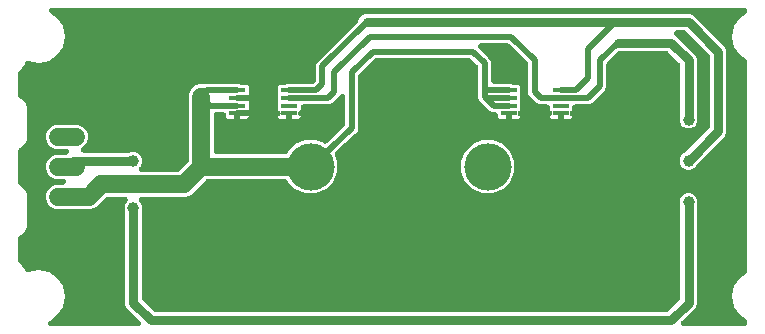
<source format=gbr>
G04 EAGLE Gerber X2 export*
%TF.Part,Single*%
%TF.FileFunction,Copper,L2,Bot,Mixed*%
%TF.FilePolarity,Positive*%
%TF.GenerationSoftware,Autodesk,EAGLE,9.1.0*%
%TF.CreationDate,2020-08-17T16:38:00Z*%
G75*
%MOMM*%
%FSLAX34Y34*%
%LPD*%
%AMOC8*
5,1,8,0,0,1.08239X$1,22.5*%
G01*
%ADD10R,1.400000X0.450000*%
%ADD11C,1.524000*%
%ADD12C,1.000000*%
%ADD13C,0.470000*%
%ADD14C,0.800000*%
%ADD15C,0.500000*%
%ADD16C,4.000000*%
%ADD17C,1.500000*%
%ADD18C,0.152400*%

G36*
X104036Y10178D02*
X104036Y10178D01*
X104173Y10181D01*
X104258Y10198D01*
X104345Y10206D01*
X104477Y10242D01*
X104611Y10269D01*
X104692Y10301D01*
X104776Y10324D01*
X104899Y10383D01*
X105026Y10434D01*
X105100Y10480D01*
X105178Y10517D01*
X105289Y10598D01*
X105405Y10670D01*
X105470Y10728D01*
X105540Y10779D01*
X105635Y10878D01*
X105736Y10970D01*
X105790Y11039D01*
X105850Y11101D01*
X105925Y11215D01*
X106009Y11324D01*
X106049Y11401D01*
X106097Y11473D01*
X106151Y11599D01*
X106214Y11721D01*
X106239Y11804D01*
X106274Y11884D01*
X106305Y12017D01*
X106345Y12148D01*
X106355Y12234D01*
X106375Y12319D01*
X106382Y12455D01*
X106398Y12591D01*
X106393Y12678D01*
X106397Y12765D01*
X106380Y12900D01*
X106371Y13037D01*
X106351Y13122D01*
X106340Y13208D01*
X106298Y13338D01*
X106266Y13471D01*
X106230Y13550D01*
X106204Y13633D01*
X106140Y13754D01*
X106084Y13879D01*
X106036Y13951D01*
X105995Y14028D01*
X105910Y14136D01*
X105833Y14249D01*
X105742Y14350D01*
X105719Y14379D01*
X105701Y14395D01*
X105667Y14432D01*
X94065Y26034D01*
X92999Y28607D01*
X92999Y106804D01*
X92986Y106946D01*
X92983Y107090D01*
X92967Y107168D01*
X92959Y107249D01*
X92921Y107387D01*
X92892Y107527D01*
X92851Y107643D01*
X92841Y107679D01*
X92829Y107704D01*
X92809Y107760D01*
X92499Y108508D01*
X92499Y111492D01*
X93641Y114249D01*
X94625Y115233D01*
X94713Y115338D01*
X94808Y115436D01*
X94856Y115509D01*
X94912Y115576D01*
X94979Y115695D01*
X95055Y115808D01*
X95089Y115888D01*
X95132Y115964D01*
X95178Y116093D01*
X95232Y116219D01*
X95252Y116303D01*
X95280Y116385D01*
X95302Y116520D01*
X95333Y116654D01*
X95337Y116740D01*
X95351Y116826D01*
X95348Y116963D01*
X95355Y117100D01*
X95344Y117186D01*
X95342Y117273D01*
X95315Y117407D01*
X95298Y117543D01*
X95271Y117626D01*
X95254Y117711D01*
X95203Y117838D01*
X95162Y117968D01*
X95121Y118045D01*
X95089Y118126D01*
X95017Y118242D01*
X94953Y118363D01*
X94899Y118431D01*
X94853Y118505D01*
X94761Y118607D01*
X94677Y118714D01*
X94612Y118772D01*
X94553Y118836D01*
X94445Y118920D01*
X94342Y119011D01*
X94268Y119056D01*
X94199Y119109D01*
X94078Y119172D01*
X93961Y119243D01*
X93880Y119274D01*
X93802Y119314D01*
X93672Y119354D01*
X93544Y119403D01*
X93458Y119420D01*
X93375Y119445D01*
X93240Y119461D01*
X93105Y119487D01*
X92968Y119494D01*
X92932Y119498D01*
X92908Y119497D01*
X92858Y119499D01*
X77885Y119499D01*
X77699Y119483D01*
X77513Y119471D01*
X77477Y119463D01*
X77440Y119459D01*
X77259Y119410D01*
X77079Y119366D01*
X77045Y119351D01*
X77009Y119341D01*
X76841Y119260D01*
X76670Y119184D01*
X76640Y119164D01*
X76606Y119148D01*
X76455Y119038D01*
X76301Y118933D01*
X76264Y118899D01*
X76245Y118886D01*
X76219Y118859D01*
X76118Y118767D01*
X69347Y111996D01*
X68048Y110698D01*
X64189Y109099D01*
X41411Y109099D01*
X40953Y109289D01*
X40817Y109332D01*
X40683Y109383D01*
X40604Y109398D01*
X40527Y109422D01*
X40385Y109440D01*
X40244Y109467D01*
X40121Y109473D01*
X40084Y109478D01*
X40057Y109476D01*
X39997Y109479D01*
X33867Y109479D01*
X30147Y111020D01*
X27300Y113867D01*
X25759Y117587D01*
X25759Y121613D01*
X27300Y125333D01*
X30147Y128180D01*
X33867Y129721D01*
X39997Y129721D01*
X40140Y129734D01*
X40283Y129737D01*
X40361Y129753D01*
X40442Y129761D01*
X40580Y129799D01*
X40720Y129828D01*
X40836Y129869D01*
X40872Y129879D01*
X40897Y129891D01*
X40953Y129911D01*
X41339Y130071D01*
X41499Y130154D01*
X41662Y130232D01*
X41697Y130258D01*
X41735Y130278D01*
X41877Y130389D01*
X42023Y130494D01*
X42054Y130526D01*
X42088Y130552D01*
X42208Y130686D01*
X42333Y130816D01*
X42357Y130853D01*
X42386Y130885D01*
X42480Y131038D01*
X42580Y131188D01*
X42597Y131228D01*
X42620Y131265D01*
X42686Y131433D01*
X42757Y131599D01*
X42767Y131641D01*
X42783Y131681D01*
X42818Y131858D01*
X42858Y132034D01*
X42860Y132077D01*
X42869Y132120D01*
X42872Y132300D01*
X42880Y132480D01*
X42875Y132523D01*
X42875Y132566D01*
X42846Y132744D01*
X42823Y132923D01*
X42810Y132964D01*
X42802Y133007D01*
X42742Y133177D01*
X42687Y133348D01*
X42667Y133387D01*
X42652Y133428D01*
X42562Y133584D01*
X42478Y133743D01*
X42451Y133777D01*
X42429Y133815D01*
X42313Y133953D01*
X42202Y134094D01*
X42169Y134123D01*
X42141Y134156D01*
X42002Y134271D01*
X41868Y134391D01*
X41830Y134413D01*
X41797Y134441D01*
X41640Y134529D01*
X41486Y134623D01*
X41446Y134638D01*
X41408Y134660D01*
X41237Y134719D01*
X41069Y134783D01*
X41026Y134791D01*
X40985Y134806D01*
X40808Y134833D01*
X40630Y134867D01*
X40570Y134870D01*
X40544Y134874D01*
X40507Y134873D01*
X40383Y134879D01*
X33867Y134879D01*
X30147Y136420D01*
X27300Y139267D01*
X25759Y142987D01*
X25759Y147013D01*
X27300Y150733D01*
X30147Y153580D01*
X33867Y155121D01*
X42685Y155121D01*
X42871Y155137D01*
X43057Y155149D01*
X43093Y155157D01*
X43130Y155161D01*
X43310Y155210D01*
X43491Y155254D01*
X43525Y155269D01*
X43561Y155279D01*
X43729Y155360D01*
X43899Y155435D01*
X43930Y155456D01*
X43963Y155472D01*
X44114Y155582D01*
X44269Y155686D01*
X44306Y155720D01*
X44325Y155734D01*
X44326Y155736D01*
X44327Y155736D01*
X44351Y155762D01*
X44452Y155853D01*
X44612Y156013D01*
X44700Y156118D01*
X44795Y156216D01*
X44843Y156289D01*
X44898Y156355D01*
X44966Y156474D01*
X45042Y156588D01*
X45076Y156668D01*
X45119Y156744D01*
X45165Y156873D01*
X45219Y156999D01*
X45239Y157083D01*
X45267Y157165D01*
X45289Y157300D01*
X45320Y157434D01*
X45324Y157520D01*
X45338Y157606D01*
X45335Y157743D01*
X45342Y157880D01*
X45331Y157966D01*
X45329Y158053D01*
X45302Y158187D01*
X45285Y158323D01*
X45258Y158406D01*
X45241Y158491D01*
X45191Y158618D01*
X45149Y158748D01*
X45108Y158825D01*
X45076Y158906D01*
X45004Y159022D01*
X44940Y159143D01*
X44886Y159211D01*
X44840Y159285D01*
X44748Y159386D01*
X44664Y159494D01*
X44599Y159552D01*
X44540Y159616D01*
X44432Y159700D01*
X44329Y159791D01*
X44255Y159836D01*
X44186Y159889D01*
X44065Y159952D01*
X43948Y160023D01*
X43867Y160054D01*
X43790Y160094D01*
X43659Y160134D01*
X43531Y160183D01*
X43446Y160200D01*
X43363Y160225D01*
X43227Y160241D01*
X43092Y160267D01*
X42956Y160274D01*
X42919Y160278D01*
X42896Y160277D01*
X42845Y160279D01*
X33867Y160279D01*
X30147Y161820D01*
X27300Y164667D01*
X25759Y168387D01*
X25759Y172413D01*
X27300Y176133D01*
X30147Y178980D01*
X33867Y180521D01*
X53133Y180521D01*
X56853Y178980D01*
X59700Y176133D01*
X61241Y172413D01*
X61241Y168387D01*
X59700Y164667D01*
X56853Y161820D01*
X56826Y161809D01*
X56667Y161726D01*
X56504Y161648D01*
X56469Y161622D01*
X56430Y161602D01*
X56288Y161491D01*
X56142Y161386D01*
X56112Y161354D01*
X56078Y161328D01*
X55958Y161193D01*
X55833Y161064D01*
X55809Y161027D01*
X55780Y160995D01*
X55685Y160842D01*
X55586Y160692D01*
X55568Y160652D01*
X55546Y160615D01*
X55480Y160446D01*
X55409Y160281D01*
X55399Y160239D01*
X55383Y160199D01*
X55348Y160021D01*
X55307Y159846D01*
X55305Y159803D01*
X55297Y159760D01*
X55294Y159580D01*
X55285Y159400D01*
X55291Y159357D01*
X55290Y159314D01*
X55320Y159136D01*
X55343Y158957D01*
X55356Y158916D01*
X55363Y158873D01*
X55424Y158703D01*
X55479Y158532D01*
X55499Y158493D01*
X55514Y158452D01*
X55603Y158296D01*
X55688Y158137D01*
X55715Y158103D01*
X55736Y158065D01*
X55853Y157927D01*
X55964Y157786D01*
X55996Y157757D01*
X56024Y157724D01*
X56163Y157609D01*
X56298Y157489D01*
X56335Y157467D01*
X56369Y157439D01*
X56526Y157351D01*
X56680Y157257D01*
X56720Y157242D01*
X56758Y157220D01*
X56928Y157161D01*
X57097Y157097D01*
X57139Y157089D01*
X57180Y157074D01*
X57358Y157047D01*
X57535Y157013D01*
X57596Y157010D01*
X57622Y157006D01*
X57659Y157007D01*
X57783Y157001D01*
X96804Y157001D01*
X96946Y157014D01*
X97090Y157017D01*
X97168Y157033D01*
X97249Y157041D01*
X97387Y157079D01*
X97527Y157108D01*
X97643Y157149D01*
X97679Y157159D01*
X97704Y157171D01*
X97760Y157191D01*
X98508Y157501D01*
X101492Y157501D01*
X104249Y156359D01*
X106359Y154249D01*
X107501Y151492D01*
X107501Y148508D01*
X106359Y145751D01*
X105375Y144767D01*
X105287Y144662D01*
X105192Y144564D01*
X105144Y144491D01*
X105088Y144424D01*
X105021Y144305D01*
X104945Y144192D01*
X104911Y144112D01*
X104868Y144036D01*
X104822Y143907D01*
X104768Y143781D01*
X104748Y143697D01*
X104720Y143615D01*
X104698Y143480D01*
X104667Y143346D01*
X104663Y143260D01*
X104649Y143174D01*
X104652Y143037D01*
X104645Y142900D01*
X104656Y142814D01*
X104658Y142727D01*
X104685Y142593D01*
X104702Y142457D01*
X104729Y142374D01*
X104746Y142289D01*
X104797Y142162D01*
X104838Y142032D01*
X104879Y141955D01*
X104911Y141874D01*
X104983Y141758D01*
X105047Y141637D01*
X105101Y141569D01*
X105147Y141495D01*
X105239Y141393D01*
X105323Y141286D01*
X105388Y141228D01*
X105447Y141164D01*
X105555Y141080D01*
X105658Y140989D01*
X105732Y140944D01*
X105801Y140891D01*
X105922Y140828D01*
X106039Y140757D01*
X106120Y140726D01*
X106198Y140686D01*
X106328Y140646D01*
X106456Y140597D01*
X106542Y140580D01*
X106625Y140555D01*
X106760Y140539D01*
X106895Y140513D01*
X107032Y140506D01*
X107068Y140502D01*
X107092Y140503D01*
X107142Y140501D01*
X137115Y140501D01*
X137301Y140517D01*
X137487Y140529D01*
X137523Y140537D01*
X137560Y140541D01*
X137741Y140590D01*
X137921Y140634D01*
X137955Y140649D01*
X137991Y140659D01*
X138159Y140740D01*
X138330Y140816D01*
X138360Y140836D01*
X138394Y140852D01*
X138545Y140962D01*
X138699Y141067D01*
X138736Y141101D01*
X138755Y141114D01*
X138781Y141141D01*
X138882Y141233D01*
X146267Y148618D01*
X146387Y148760D01*
X146511Y148900D01*
X146530Y148932D01*
X146554Y148960D01*
X146646Y149123D01*
X146743Y149282D01*
X146756Y149316D01*
X146774Y149349D01*
X146836Y149525D01*
X146903Y149699D01*
X146910Y149735D01*
X146923Y149770D01*
X146952Y149954D01*
X146987Y150138D01*
X146990Y150188D01*
X146993Y150211D01*
X146992Y150248D01*
X146999Y150385D01*
X146999Y206339D01*
X148598Y210198D01*
X151552Y213152D01*
X155411Y214751D01*
X159452Y214751D01*
X159594Y214764D01*
X159738Y214767D01*
X159816Y214783D01*
X159897Y214791D01*
X160035Y214829D01*
X160175Y214858D01*
X160291Y214899D01*
X160327Y214909D01*
X160351Y214921D01*
X160408Y214941D01*
X161156Y215251D01*
X189094Y215251D01*
X190446Y214691D01*
X190582Y214648D01*
X190716Y214597D01*
X190795Y214582D01*
X190872Y214558D01*
X191014Y214540D01*
X191155Y214513D01*
X191278Y214507D01*
X191315Y214502D01*
X191342Y214504D01*
X191402Y214501D01*
X196036Y214501D01*
X197501Y213036D01*
X197501Y206313D01*
X197519Y206111D01*
X197534Y205908D01*
X197539Y205882D01*
X197541Y205868D01*
X197541Y205733D01*
X197464Y205717D01*
X197376Y205709D01*
X197329Y205697D01*
X197281Y205690D01*
X197196Y205663D01*
X197110Y205646D01*
X197030Y205614D01*
X196946Y205591D01*
X196902Y205570D01*
X196856Y205555D01*
X196777Y205514D01*
X196695Y205481D01*
X196622Y205435D01*
X196543Y205398D01*
X196503Y205369D01*
X196461Y205347D01*
X196346Y205264D01*
X196316Y205245D01*
X196299Y205230D01*
X196260Y205202D01*
X196223Y205166D01*
X196181Y205136D01*
X196086Y205037D01*
X195985Y204945D01*
X195963Y204917D01*
X195937Y204892D01*
X195907Y204851D01*
X195871Y204814D01*
X195796Y204700D01*
X195712Y204591D01*
X195696Y204560D01*
X195675Y204531D01*
X195652Y204484D01*
X195624Y204442D01*
X195571Y204317D01*
X195507Y204194D01*
X195497Y204161D01*
X195481Y204128D01*
X195467Y204078D01*
X195447Y204032D01*
X195417Y203900D01*
X195376Y203767D01*
X195372Y203732D01*
X195362Y203698D01*
X195358Y203646D01*
X195346Y203596D01*
X195339Y203462D01*
X195323Y203324D01*
X195325Y203288D01*
X195322Y203253D01*
X195326Y203201D01*
X195324Y203150D01*
X195328Y203121D01*
X195341Y203017D01*
X195350Y202878D01*
X195358Y202844D01*
X195361Y202808D01*
X195375Y202757D01*
X195382Y202707D01*
X195423Y202579D01*
X195455Y202444D01*
X195470Y202412D01*
X195479Y202377D01*
X195502Y202330D01*
X195517Y202281D01*
X195581Y202162D01*
X195637Y202036D01*
X195657Y202006D01*
X195672Y201974D01*
X195702Y201932D01*
X195726Y201887D01*
X195810Y201780D01*
X195888Y201666D01*
X195920Y201630D01*
X195933Y201612D01*
X195960Y201587D01*
X195980Y201564D01*
X196003Y201536D01*
X196020Y201520D01*
X196054Y201483D01*
X196158Y201396D01*
X196255Y201302D01*
X196298Y201274D01*
X196337Y201239D01*
X196368Y201220D01*
X196397Y201196D01*
X196515Y201129D01*
X196627Y201055D01*
X196674Y201034D01*
X196718Y201007D01*
X196753Y200994D01*
X196785Y200975D01*
X196914Y200930D01*
X197037Y200877D01*
X197086Y200865D01*
X197135Y200847D01*
X197172Y200840D01*
X197207Y200827D01*
X197342Y200806D01*
X197472Y200775D01*
X197522Y200773D01*
X197541Y200769D01*
X197541Y200580D01*
X197513Y200434D01*
X197512Y200408D01*
X197509Y200394D01*
X197510Y200365D01*
X197501Y200187D01*
X197501Y193313D01*
X197519Y193111D01*
X197534Y192908D01*
X197539Y192882D01*
X197541Y192868D01*
X197541Y192731D01*
X197472Y192718D01*
X197376Y192709D01*
X197254Y192676D01*
X197129Y192652D01*
X197039Y192617D01*
X196946Y192591D01*
X196831Y192536D01*
X196712Y192490D01*
X196630Y192440D01*
X196543Y192398D01*
X196440Y192323D01*
X196331Y192257D01*
X196209Y192156D01*
X196181Y192136D01*
X196168Y192123D01*
X196140Y192099D01*
X196007Y191955D01*
X195871Y191813D01*
X195856Y191791D01*
X195837Y191770D01*
X195732Y191605D01*
X195624Y191441D01*
X195613Y191416D01*
X195598Y191393D01*
X195524Y191211D01*
X195447Y191031D01*
X195441Y191005D01*
X195430Y190979D01*
X195390Y190787D01*
X195346Y190596D01*
X195344Y190569D01*
X195339Y190542D01*
X195333Y190346D01*
X195324Y190150D01*
X195327Y190123D01*
X195326Y190095D01*
X195356Y189901D01*
X195381Y189707D01*
X195390Y189681D01*
X195394Y189654D01*
X195458Y189468D01*
X195517Y189281D01*
X195530Y189257D01*
X195539Y189231D01*
X195634Y189060D01*
X195726Y188887D01*
X195743Y188865D01*
X195756Y188841D01*
X195880Y188690D01*
X196002Y188536D01*
X196023Y188517D01*
X196040Y188496D01*
X196189Y188370D01*
X196336Y188239D01*
X196360Y188225D01*
X196381Y188207D01*
X196551Y188109D01*
X196718Y188007D01*
X196744Y187997D01*
X196767Y187983D01*
X196952Y187917D01*
X197135Y187847D01*
X197162Y187841D01*
X197188Y187832D01*
X197380Y187800D01*
X197541Y187769D01*
X197541Y187666D01*
X197368Y187019D01*
X197033Y186440D01*
X196560Y185967D01*
X195981Y185632D01*
X195334Y185459D01*
X190499Y185459D01*
X190499Y188750D01*
X190495Y188800D01*
X190497Y188850D01*
X190475Y189022D01*
X190459Y189195D01*
X190446Y189243D01*
X190440Y189293D01*
X190387Y189458D01*
X190341Y189626D01*
X190319Y189671D01*
X190304Y189718D01*
X190223Y189872D01*
X190148Y190028D01*
X190118Y190069D01*
X190095Y190113D01*
X189988Y190250D01*
X189886Y190390D01*
X189850Y190425D01*
X189819Y190464D01*
X189689Y190580D01*
X189564Y190700D01*
X189522Y190727D01*
X189485Y190761D01*
X189336Y190851D01*
X189192Y190947D01*
X189146Y190967D01*
X189103Y190993D01*
X188941Y191055D01*
X188782Y191124D01*
X188733Y191135D01*
X188686Y191153D01*
X188515Y191186D01*
X188346Y191225D01*
X188297Y191228D01*
X188247Y191237D01*
X188000Y191249D01*
X187950Y191245D01*
X187900Y191247D01*
X187728Y191225D01*
X187555Y191209D01*
X187507Y191196D01*
X187457Y191190D01*
X187292Y191137D01*
X187124Y191091D01*
X187079Y191069D01*
X187031Y191054D01*
X186878Y190973D01*
X186721Y190898D01*
X186681Y190868D01*
X186637Y190845D01*
X186500Y190738D01*
X186360Y190636D01*
X186325Y190600D01*
X186286Y190569D01*
X186170Y190439D01*
X186050Y190314D01*
X186022Y190272D01*
X185989Y190234D01*
X185899Y190086D01*
X185803Y189942D01*
X185783Y189896D01*
X185757Y189853D01*
X185695Y189691D01*
X185626Y189531D01*
X185615Y189483D01*
X185597Y189436D01*
X185564Y189265D01*
X185525Y189096D01*
X185522Y189046D01*
X185513Y188997D01*
X185501Y188750D01*
X185501Y185459D01*
X180666Y185459D01*
X180019Y185632D01*
X179440Y185967D01*
X178967Y186440D01*
X178632Y187019D01*
X178459Y187666D01*
X178459Y188750D01*
X178455Y188800D01*
X178457Y188850D01*
X178435Y189022D01*
X178419Y189195D01*
X178406Y189243D01*
X178400Y189293D01*
X178347Y189458D01*
X178301Y189626D01*
X178279Y189671D01*
X178264Y189718D01*
X178183Y189872D01*
X178108Y190028D01*
X178078Y190069D01*
X178055Y190113D01*
X177948Y190250D01*
X177846Y190390D01*
X177810Y190425D01*
X177779Y190464D01*
X177649Y190580D01*
X177524Y190700D01*
X177482Y190727D01*
X177444Y190761D01*
X177296Y190851D01*
X177152Y190947D01*
X177106Y190967D01*
X177063Y190993D01*
X176901Y191055D01*
X176741Y191124D01*
X176693Y191135D01*
X176646Y191153D01*
X176475Y191186D01*
X176306Y191225D01*
X176256Y191228D01*
X176207Y191237D01*
X175960Y191249D01*
X170500Y191249D01*
X170450Y191245D01*
X170400Y191247D01*
X170228Y191225D01*
X170055Y191209D01*
X170007Y191196D01*
X169957Y191190D01*
X169792Y191137D01*
X169624Y191091D01*
X169579Y191069D01*
X169532Y191054D01*
X169378Y190973D01*
X169222Y190898D01*
X169181Y190868D01*
X169137Y190845D01*
X169000Y190738D01*
X168860Y190636D01*
X168825Y190600D01*
X168786Y190569D01*
X168670Y190439D01*
X168550Y190314D01*
X168523Y190272D01*
X168489Y190234D01*
X168399Y190086D01*
X168303Y189942D01*
X168283Y189896D01*
X168257Y189853D01*
X168195Y189691D01*
X168126Y189531D01*
X168115Y189483D01*
X168097Y189436D01*
X168064Y189265D01*
X168025Y189096D01*
X168022Y189046D01*
X168013Y188997D01*
X168001Y188750D01*
X168001Y158000D01*
X168005Y157950D01*
X168003Y157900D01*
X168025Y157728D01*
X168041Y157555D01*
X168054Y157507D01*
X168060Y157457D01*
X168113Y157292D01*
X168159Y157124D01*
X168181Y157079D01*
X168196Y157032D01*
X168277Y156878D01*
X168352Y156722D01*
X168382Y156681D01*
X168405Y156637D01*
X168512Y156500D01*
X168614Y156360D01*
X168650Y156325D01*
X168681Y156286D01*
X168811Y156170D01*
X168936Y156050D01*
X168978Y156023D01*
X169016Y155989D01*
X169164Y155899D01*
X169308Y155803D01*
X169354Y155783D01*
X169397Y155757D01*
X169559Y155695D01*
X169719Y155626D01*
X169767Y155615D01*
X169814Y155597D01*
X169985Y155564D01*
X170154Y155525D01*
X170204Y155522D01*
X170253Y155513D01*
X170500Y155501D01*
X228325Y155501D01*
X228331Y155501D01*
X228338Y155501D01*
X228554Y155521D01*
X228770Y155541D01*
X228776Y155542D01*
X228783Y155543D01*
X228993Y155602D01*
X229201Y155659D01*
X229206Y155662D01*
X229213Y155664D01*
X229406Y155758D01*
X229603Y155852D01*
X229609Y155856D01*
X229614Y155859D01*
X229787Y155985D01*
X229965Y156114D01*
X229970Y156119D01*
X229975Y156123D01*
X230125Y156281D01*
X230275Y156436D01*
X230278Y156442D01*
X230283Y156447D01*
X230403Y156629D01*
X230522Y156808D01*
X230524Y156814D01*
X230528Y156820D01*
X230634Y157044D01*
X230925Y157746D01*
X237254Y164075D01*
X245524Y167501D01*
X254476Y167501D01*
X261065Y164771D01*
X261241Y164716D01*
X261414Y164656D01*
X261454Y164650D01*
X261492Y164638D01*
X261674Y164615D01*
X261856Y164586D01*
X261895Y164587D01*
X261935Y164582D01*
X262119Y164593D01*
X262302Y164597D01*
X262341Y164605D01*
X262381Y164607D01*
X262560Y164650D01*
X262740Y164686D01*
X262777Y164701D01*
X262816Y164710D01*
X262984Y164784D01*
X263154Y164852D01*
X263188Y164873D01*
X263225Y164889D01*
X263377Y164992D01*
X263533Y165090D01*
X263575Y165125D01*
X263596Y165139D01*
X263622Y165165D01*
X263722Y165249D01*
X278701Y179157D01*
X278707Y179164D01*
X278714Y179170D01*
X278857Y179331D01*
X278999Y179489D01*
X279004Y179497D01*
X279011Y179504D01*
X279122Y179688D01*
X279234Y179869D01*
X279238Y179878D01*
X279243Y179886D01*
X279320Y180085D01*
X279398Y180285D01*
X279400Y180294D01*
X279403Y180303D01*
X279443Y180512D01*
X279485Y180723D01*
X279485Y180732D01*
X279487Y180741D01*
X279499Y180989D01*
X279499Y204245D01*
X279483Y204424D01*
X279473Y204604D01*
X279463Y204646D01*
X279459Y204690D01*
X279411Y204864D01*
X279370Y205038D01*
X279352Y205078D01*
X279341Y205120D01*
X279263Y205283D01*
X279191Y205448D01*
X279166Y205484D01*
X279148Y205523D01*
X279042Y205669D01*
X278942Y205818D01*
X278911Y205850D01*
X278886Y205885D01*
X278756Y206010D01*
X278630Y206139D01*
X278595Y206164D01*
X278564Y206194D01*
X278414Y206294D01*
X278267Y206399D01*
X278228Y206417D01*
X278192Y206442D01*
X278026Y206513D01*
X277863Y206590D01*
X277821Y206601D01*
X277781Y206619D01*
X277606Y206659D01*
X277432Y206706D01*
X277389Y206710D01*
X277346Y206720D01*
X277167Y206729D01*
X276987Y206744D01*
X276944Y206740D01*
X276900Y206742D01*
X276722Y206719D01*
X276542Y206702D01*
X276500Y206690D01*
X276457Y206684D01*
X276286Y206630D01*
X276112Y206581D01*
X276073Y206562D01*
X276032Y206549D01*
X275872Y206464D01*
X275710Y206385D01*
X275675Y206360D01*
X275637Y206339D01*
X275495Y206228D01*
X275350Y206122D01*
X275320Y206090D01*
X275286Y206063D01*
X275166Y205928D01*
X275042Y205798D01*
X275018Y205762D01*
X274989Y205729D01*
X274896Y205575D01*
X274797Y205425D01*
X274771Y205370D01*
X274757Y205347D01*
X274744Y205313D01*
X274691Y205201D01*
X274663Y205134D01*
X272764Y203235D01*
X270015Y200486D01*
X268116Y198587D01*
X266094Y197749D01*
X244000Y197749D01*
X243950Y197745D01*
X243900Y197747D01*
X243728Y197725D01*
X243555Y197709D01*
X243507Y197696D01*
X243457Y197690D01*
X243292Y197637D01*
X243124Y197591D01*
X243079Y197569D01*
X243032Y197554D01*
X242878Y197473D01*
X242722Y197398D01*
X242681Y197368D01*
X242637Y197345D01*
X242500Y197238D01*
X242360Y197136D01*
X242325Y197100D01*
X242286Y197069D01*
X242170Y196939D01*
X242050Y196814D01*
X242023Y196772D01*
X241989Y196734D01*
X241899Y196586D01*
X241803Y196442D01*
X241783Y196396D01*
X241757Y196353D01*
X241695Y196191D01*
X241626Y196031D01*
X241615Y195983D01*
X241597Y195936D01*
X241564Y195765D01*
X241525Y195596D01*
X241522Y195546D01*
X241513Y195497D01*
X241501Y195250D01*
X241501Y193313D01*
X241519Y193109D01*
X241534Y192908D01*
X241539Y192882D01*
X241541Y192868D01*
X241541Y192731D01*
X241472Y192718D01*
X241376Y192709D01*
X241254Y192676D01*
X241129Y192652D01*
X241039Y192617D01*
X240946Y192591D01*
X240831Y192536D01*
X240712Y192490D01*
X240630Y192440D01*
X240543Y192398D01*
X240440Y192323D01*
X240331Y192257D01*
X240209Y192156D01*
X240181Y192136D01*
X240168Y192123D01*
X240140Y192099D01*
X240007Y191955D01*
X239871Y191813D01*
X239856Y191791D01*
X239837Y191770D01*
X239732Y191605D01*
X239624Y191441D01*
X239613Y191416D01*
X239598Y191393D01*
X239524Y191211D01*
X239447Y191031D01*
X239441Y191005D01*
X239430Y190979D01*
X239390Y190787D01*
X239346Y190596D01*
X239344Y190569D01*
X239339Y190542D01*
X239333Y190346D01*
X239324Y190150D01*
X239327Y190123D01*
X239326Y190095D01*
X239356Y189901D01*
X239381Y189707D01*
X239390Y189681D01*
X239394Y189654D01*
X239458Y189468D01*
X239517Y189281D01*
X239530Y189257D01*
X239539Y189231D01*
X239634Y189060D01*
X239726Y188887D01*
X239743Y188865D01*
X239756Y188841D01*
X239880Y188690D01*
X240002Y188536D01*
X240023Y188517D01*
X240040Y188496D01*
X240189Y188370D01*
X240336Y188239D01*
X240360Y188225D01*
X240381Y188207D01*
X240551Y188109D01*
X240718Y188007D01*
X240744Y187997D01*
X240767Y187983D01*
X240952Y187917D01*
X241135Y187847D01*
X241162Y187841D01*
X241188Y187832D01*
X241380Y187800D01*
X241541Y187769D01*
X241541Y187666D01*
X241368Y187019D01*
X241033Y186440D01*
X240560Y185967D01*
X239981Y185632D01*
X239334Y185459D01*
X234499Y185459D01*
X234499Y189500D01*
X234495Y189550D01*
X234497Y189600D01*
X234475Y189772D01*
X234459Y189945D01*
X234446Y189993D01*
X234440Y190043D01*
X234387Y190208D01*
X234341Y190376D01*
X234319Y190421D01*
X234304Y190468D01*
X234223Y190622D01*
X234148Y190778D01*
X234118Y190819D01*
X234095Y190863D01*
X233988Y191000D01*
X233886Y191140D01*
X233850Y191175D01*
X233819Y191214D01*
X233689Y191330D01*
X233564Y191450D01*
X233522Y191477D01*
X233485Y191511D01*
X233336Y191601D01*
X233192Y191697D01*
X233146Y191717D01*
X233103Y191743D01*
X232941Y191805D01*
X232782Y191874D01*
X232733Y191885D01*
X232686Y191903D01*
X232515Y191936D01*
X232346Y191975D01*
X232297Y191978D01*
X232247Y191987D01*
X232000Y191999D01*
X231950Y191995D01*
X231900Y191997D01*
X231728Y191975D01*
X231555Y191959D01*
X231507Y191946D01*
X231457Y191940D01*
X231292Y191887D01*
X231124Y191841D01*
X231079Y191819D01*
X231031Y191804D01*
X230878Y191723D01*
X230721Y191648D01*
X230681Y191618D01*
X230637Y191595D01*
X230500Y191488D01*
X230360Y191386D01*
X230325Y191350D01*
X230286Y191319D01*
X230170Y191189D01*
X230050Y191064D01*
X230022Y191022D01*
X229989Y190984D01*
X229899Y190836D01*
X229803Y190692D01*
X229783Y190646D01*
X229757Y190603D01*
X229695Y190441D01*
X229626Y190281D01*
X229615Y190233D01*
X229597Y190186D01*
X229564Y190015D01*
X229525Y189846D01*
X229522Y189796D01*
X229513Y189747D01*
X229501Y189500D01*
X229501Y185459D01*
X224666Y185459D01*
X224019Y185632D01*
X223440Y185967D01*
X222967Y186440D01*
X222632Y187019D01*
X222459Y187666D01*
X222459Y187774D01*
X222570Y187781D01*
X222597Y187788D01*
X222624Y187790D01*
X222814Y187843D01*
X223003Y187890D01*
X223028Y187902D01*
X223055Y187909D01*
X223232Y187994D01*
X223410Y188075D01*
X223433Y188090D01*
X223457Y188102D01*
X223617Y188217D01*
X223778Y188329D01*
X223797Y188348D01*
X223819Y188364D01*
X223955Y188505D01*
X224094Y188644D01*
X224110Y188666D01*
X224129Y188686D01*
X224237Y188849D01*
X224349Y189010D01*
X224361Y189035D01*
X224376Y189058D01*
X224454Y189238D01*
X224535Y189417D01*
X224542Y189443D01*
X224553Y189468D01*
X224597Y189659D01*
X224646Y189849D01*
X224648Y189877D01*
X224654Y189903D01*
X224664Y190099D01*
X224678Y190295D01*
X224675Y190322D01*
X224676Y190350D01*
X224651Y190544D01*
X224630Y190739D01*
X224622Y190765D01*
X224619Y190793D01*
X224559Y190979D01*
X224504Y191167D01*
X224491Y191192D01*
X224483Y191218D01*
X224391Y191391D01*
X224303Y191567D01*
X224287Y191589D01*
X224274Y191613D01*
X224153Y191767D01*
X224035Y191924D01*
X224009Y191950D01*
X223998Y191964D01*
X223997Y191964D01*
X223972Y191987D01*
X223860Y192099D01*
X223759Y192176D01*
X223663Y192261D01*
X223581Y192311D01*
X223504Y192369D01*
X223390Y192427D01*
X223282Y192493D01*
X223192Y192528D01*
X223106Y192571D01*
X222984Y192608D01*
X222865Y192653D01*
X222770Y192672D01*
X222678Y192699D01*
X222551Y192713D01*
X222459Y192731D01*
X222459Y192920D01*
X222487Y193066D01*
X222488Y193093D01*
X222491Y193106D01*
X222491Y193136D01*
X222499Y193313D01*
X222499Y213036D01*
X223964Y214501D01*
X228598Y214501D01*
X228741Y214514D01*
X228884Y214517D01*
X228963Y214533D01*
X229043Y214541D01*
X229181Y214579D01*
X229321Y214608D01*
X229438Y214649D01*
X229474Y214659D01*
X229498Y214671D01*
X229555Y214691D01*
X230906Y215251D01*
X251436Y215251D01*
X251622Y215267D01*
X251808Y215279D01*
X251844Y215287D01*
X251881Y215291D01*
X252062Y215340D01*
X252242Y215384D01*
X252276Y215399D01*
X252312Y215409D01*
X252480Y215490D01*
X252651Y215566D01*
X252681Y215586D01*
X252715Y215602D01*
X252866Y215712D01*
X253020Y215817D01*
X253058Y215851D01*
X253077Y215864D01*
X253102Y215891D01*
X253204Y215983D01*
X253767Y216546D01*
X253887Y216690D01*
X254011Y216829D01*
X254030Y216861D01*
X254054Y216889D01*
X254146Y217051D01*
X254243Y217211D01*
X254256Y217245D01*
X254274Y217278D01*
X254336Y217454D01*
X254403Y217628D01*
X254410Y217664D01*
X254423Y217699D01*
X254452Y217883D01*
X254487Y218067D01*
X254490Y218117D01*
X254493Y218140D01*
X254492Y218177D01*
X254499Y218314D01*
X254499Y231094D01*
X255337Y233116D01*
X289767Y267546D01*
X289887Y267690D01*
X290011Y267829D01*
X290030Y267861D01*
X290054Y267889D01*
X290146Y268051D01*
X290243Y268211D01*
X290256Y268245D01*
X290274Y268278D01*
X290336Y268454D01*
X290403Y268628D01*
X290410Y268664D01*
X290423Y268699D01*
X290425Y268712D01*
X291565Y271466D01*
X293534Y273435D01*
X296107Y274501D01*
X571393Y274501D01*
X573966Y273435D01*
X600935Y246466D01*
X602001Y243893D01*
X602001Y173607D01*
X600935Y171034D01*
X598614Y168714D01*
X577210Y147310D01*
X577118Y147200D01*
X577020Y147096D01*
X576976Y147029D01*
X576924Y146967D01*
X576853Y146842D01*
X576774Y146723D01*
X576722Y146611D01*
X576703Y146579D01*
X576694Y146553D01*
X576669Y146499D01*
X576359Y145751D01*
X574249Y143641D01*
X571492Y142499D01*
X568508Y142499D01*
X565751Y143641D01*
X563641Y145751D01*
X562499Y148508D01*
X562499Y151492D01*
X563641Y154249D01*
X565751Y156359D01*
X566499Y156669D01*
X566626Y156735D01*
X566757Y156793D01*
X566824Y156838D01*
X566895Y156876D01*
X567008Y156963D01*
X567126Y157044D01*
X567218Y157127D01*
X567247Y157150D01*
X567265Y157170D01*
X567310Y157210D01*
X587267Y177168D01*
X587387Y177311D01*
X587511Y177451D01*
X587530Y177482D01*
X587554Y177511D01*
X587646Y177673D01*
X587743Y177832D01*
X587756Y177867D01*
X587774Y177899D01*
X587836Y178075D01*
X587903Y178249D01*
X587910Y178285D01*
X587923Y178320D01*
X587952Y178505D01*
X587987Y178688D01*
X587990Y178738D01*
X587993Y178761D01*
X587992Y178798D01*
X587999Y178935D01*
X587999Y238565D01*
X587983Y238751D01*
X587971Y238937D01*
X587963Y238973D01*
X587959Y239010D01*
X587910Y239190D01*
X587866Y239371D01*
X587851Y239405D01*
X587841Y239441D01*
X587760Y239609D01*
X587684Y239779D01*
X587664Y239810D01*
X587648Y239843D01*
X587538Y239994D01*
X587433Y240149D01*
X587399Y240186D01*
X587386Y240205D01*
X587359Y240231D01*
X587267Y240332D01*
X567832Y259767D01*
X567689Y259887D01*
X567549Y260011D01*
X567518Y260030D01*
X567489Y260054D01*
X567327Y260146D01*
X567168Y260243D01*
X567133Y260256D01*
X567101Y260274D01*
X566925Y260336D01*
X566751Y260403D01*
X566715Y260410D01*
X566680Y260423D01*
X566495Y260452D01*
X566312Y260487D01*
X566262Y260490D01*
X566239Y260493D01*
X566202Y260492D01*
X566065Y260499D01*
X560435Y260499D01*
X560299Y260487D01*
X560162Y260484D01*
X560077Y260467D01*
X559990Y260459D01*
X559858Y260423D01*
X559724Y260396D01*
X559643Y260364D01*
X559559Y260341D01*
X559436Y260282D01*
X559309Y260231D01*
X559235Y260185D01*
X559157Y260148D01*
X559046Y260067D01*
X558930Y259995D01*
X558865Y259937D01*
X558795Y259886D01*
X558700Y259787D01*
X558599Y259695D01*
X558546Y259626D01*
X558485Y259564D01*
X558410Y259450D01*
X558326Y259341D01*
X558286Y259264D01*
X558238Y259192D01*
X558184Y259066D01*
X558121Y258944D01*
X558095Y258861D01*
X558061Y258781D01*
X558030Y258648D01*
X557990Y258517D01*
X557980Y258431D01*
X557960Y258346D01*
X557953Y258210D01*
X557937Y258074D01*
X557942Y257987D01*
X557938Y257900D01*
X557955Y257765D01*
X557964Y257628D01*
X557984Y257543D01*
X557995Y257457D01*
X558037Y257327D01*
X558069Y257194D01*
X558105Y257115D01*
X558131Y257032D01*
X558195Y256911D01*
X558251Y256786D01*
X558299Y256714D01*
X558340Y256637D01*
X558425Y256529D01*
X558502Y256416D01*
X558593Y256315D01*
X558616Y256286D01*
X558634Y256270D01*
X558668Y256233D01*
X561286Y253615D01*
X561286Y253614D01*
X573614Y241286D01*
X575935Y238966D01*
X577001Y236393D01*
X577001Y188196D01*
X577014Y188053D01*
X577017Y187910D01*
X577033Y187832D01*
X577041Y187751D01*
X577079Y187613D01*
X577108Y187473D01*
X577149Y187357D01*
X577159Y187321D01*
X577171Y187296D01*
X577191Y187240D01*
X577501Y186492D01*
X577501Y183508D01*
X576359Y180751D01*
X574249Y178641D01*
X571492Y177499D01*
X568508Y177499D01*
X565751Y178641D01*
X563641Y180751D01*
X562499Y183508D01*
X562499Y186492D01*
X562809Y187240D01*
X562852Y187376D01*
X562903Y187510D01*
X562918Y187589D01*
X562942Y187666D01*
X562960Y187808D01*
X562987Y187949D01*
X562993Y188072D01*
X562998Y188109D01*
X562996Y188136D01*
X562999Y188196D01*
X562999Y231065D01*
X562983Y231251D01*
X562971Y231437D01*
X562963Y231473D01*
X562959Y231510D01*
X562910Y231690D01*
X562866Y231871D01*
X562851Y231905D01*
X562841Y231941D01*
X562760Y232109D01*
X562684Y232279D01*
X562664Y232310D01*
X562648Y232343D01*
X562538Y232494D01*
X562433Y232649D01*
X562399Y232686D01*
X562386Y232705D01*
X562359Y232731D01*
X562267Y232832D01*
X552832Y242267D01*
X552689Y242387D01*
X552549Y242511D01*
X552518Y242530D01*
X552489Y242554D01*
X552327Y242646D01*
X552168Y242743D01*
X552133Y242756D01*
X552101Y242774D01*
X551925Y242836D01*
X551751Y242903D01*
X551715Y242910D01*
X551680Y242923D01*
X551495Y242952D01*
X551312Y242987D01*
X551262Y242990D01*
X551239Y242993D01*
X551202Y242992D01*
X551065Y242999D01*
X511814Y242999D01*
X511628Y242983D01*
X511442Y242971D01*
X511406Y242963D01*
X511369Y242959D01*
X511188Y242910D01*
X511008Y242866D01*
X510974Y242851D01*
X510938Y242841D01*
X510769Y242760D01*
X510599Y242684D01*
X510569Y242664D01*
X510535Y242648D01*
X510384Y242538D01*
X510230Y242433D01*
X510192Y242399D01*
X510173Y242386D01*
X510148Y242359D01*
X510046Y242267D01*
X501233Y233454D01*
X501113Y233310D01*
X500989Y233171D01*
X500970Y233139D01*
X500946Y233111D01*
X500854Y232948D01*
X500757Y232789D01*
X500744Y232755D01*
X500726Y232722D01*
X500664Y232546D01*
X500597Y232372D01*
X500590Y232336D01*
X500577Y232301D01*
X500548Y232117D01*
X500513Y231933D01*
X500510Y231883D01*
X500507Y231860D01*
X500508Y231823D01*
X500501Y231686D01*
X500501Y212156D01*
X499663Y210134D01*
X497765Y208236D01*
X497764Y208235D01*
X490015Y200486D01*
X490015Y200485D01*
X488116Y198587D01*
X486094Y197749D01*
X474000Y197749D01*
X473950Y197745D01*
X473900Y197747D01*
X473728Y197725D01*
X473555Y197709D01*
X473507Y197696D01*
X473457Y197690D01*
X473292Y197637D01*
X473124Y197591D01*
X473079Y197569D01*
X473032Y197554D01*
X472878Y197473D01*
X472722Y197398D01*
X472681Y197368D01*
X472637Y197345D01*
X472500Y197238D01*
X472360Y197136D01*
X472325Y197100D01*
X472286Y197069D01*
X472170Y196939D01*
X472050Y196814D01*
X472023Y196772D01*
X471989Y196734D01*
X471899Y196586D01*
X471803Y196442D01*
X471783Y196396D01*
X471757Y196353D01*
X471695Y196191D01*
X471626Y196031D01*
X471615Y195983D01*
X471597Y195936D01*
X471564Y195765D01*
X471525Y195596D01*
X471522Y195546D01*
X471513Y195497D01*
X471501Y195250D01*
X471501Y193313D01*
X471519Y193111D01*
X471534Y192908D01*
X471539Y192882D01*
X471541Y192868D01*
X471541Y192731D01*
X471472Y192718D01*
X471376Y192709D01*
X471254Y192676D01*
X471129Y192652D01*
X471039Y192617D01*
X470946Y192591D01*
X470831Y192536D01*
X470712Y192490D01*
X470630Y192440D01*
X470543Y192398D01*
X470440Y192323D01*
X470331Y192257D01*
X470209Y192156D01*
X470181Y192136D01*
X470168Y192123D01*
X470140Y192099D01*
X470007Y191955D01*
X469871Y191813D01*
X469856Y191791D01*
X469837Y191770D01*
X469732Y191605D01*
X469624Y191441D01*
X469613Y191416D01*
X469598Y191393D01*
X469524Y191211D01*
X469447Y191031D01*
X469441Y191005D01*
X469430Y190979D01*
X469390Y190787D01*
X469346Y190596D01*
X469344Y190569D01*
X469339Y190542D01*
X469333Y190346D01*
X469324Y190150D01*
X469327Y190123D01*
X469326Y190095D01*
X469356Y189901D01*
X469381Y189707D01*
X469390Y189681D01*
X469394Y189654D01*
X469458Y189468D01*
X469517Y189281D01*
X469530Y189257D01*
X469539Y189231D01*
X469634Y189060D01*
X469726Y188887D01*
X469743Y188865D01*
X469756Y188841D01*
X469880Y188690D01*
X470002Y188536D01*
X470023Y188517D01*
X470040Y188496D01*
X470189Y188370D01*
X470336Y188239D01*
X470360Y188225D01*
X470381Y188207D01*
X470551Y188109D01*
X470718Y188007D01*
X470744Y187997D01*
X470767Y187983D01*
X470952Y187917D01*
X471135Y187847D01*
X471162Y187841D01*
X471188Y187832D01*
X471380Y187800D01*
X471541Y187769D01*
X471541Y187666D01*
X471368Y187019D01*
X471033Y186440D01*
X470560Y185967D01*
X469981Y185632D01*
X469334Y185459D01*
X464499Y185459D01*
X464499Y189500D01*
X464495Y189550D01*
X464497Y189600D01*
X464475Y189772D01*
X464459Y189945D01*
X464446Y189993D01*
X464440Y190043D01*
X464387Y190208D01*
X464341Y190376D01*
X464319Y190421D01*
X464304Y190468D01*
X464223Y190622D01*
X464148Y190778D01*
X464118Y190819D01*
X464095Y190863D01*
X463988Y191000D01*
X463886Y191140D01*
X463850Y191175D01*
X463819Y191214D01*
X463689Y191330D01*
X463564Y191450D01*
X463522Y191477D01*
X463485Y191511D01*
X463336Y191601D01*
X463192Y191697D01*
X463146Y191717D01*
X463103Y191743D01*
X462941Y191805D01*
X462782Y191874D01*
X462733Y191885D01*
X462686Y191903D01*
X462515Y191936D01*
X462346Y191975D01*
X462297Y191978D01*
X462247Y191987D01*
X462000Y191999D01*
X461950Y191995D01*
X461900Y191997D01*
X461728Y191975D01*
X461555Y191959D01*
X461507Y191946D01*
X461457Y191940D01*
X461292Y191887D01*
X461124Y191841D01*
X461079Y191819D01*
X461031Y191804D01*
X460878Y191723D01*
X460721Y191648D01*
X460681Y191618D01*
X460637Y191595D01*
X460500Y191488D01*
X460360Y191386D01*
X460325Y191350D01*
X460286Y191319D01*
X460170Y191189D01*
X460050Y191064D01*
X460022Y191022D01*
X459989Y190984D01*
X459899Y190836D01*
X459803Y190692D01*
X459783Y190646D01*
X459757Y190603D01*
X459695Y190441D01*
X459626Y190281D01*
X459615Y190233D01*
X459597Y190186D01*
X459564Y190015D01*
X459525Y189846D01*
X459522Y189796D01*
X459513Y189747D01*
X459501Y189500D01*
X459501Y185459D01*
X454666Y185459D01*
X454019Y185632D01*
X453440Y185967D01*
X452967Y186440D01*
X452632Y187019D01*
X452459Y187666D01*
X452459Y187774D01*
X452570Y187781D01*
X452597Y187788D01*
X452624Y187790D01*
X452814Y187843D01*
X453003Y187890D01*
X453028Y187902D01*
X453055Y187909D01*
X453232Y187994D01*
X453410Y188075D01*
X453433Y188090D01*
X453457Y188102D01*
X453617Y188217D01*
X453778Y188329D01*
X453797Y188348D01*
X453819Y188364D01*
X453955Y188505D01*
X454094Y188644D01*
X454110Y188666D01*
X454129Y188686D01*
X454237Y188849D01*
X454349Y189010D01*
X454361Y189035D01*
X454376Y189058D01*
X454454Y189238D01*
X454535Y189417D01*
X454542Y189443D01*
X454553Y189468D01*
X454597Y189659D01*
X454646Y189849D01*
X454648Y189877D01*
X454654Y189903D01*
X454664Y190099D01*
X454678Y190295D01*
X454675Y190322D01*
X454676Y190350D01*
X454651Y190544D01*
X454630Y190739D01*
X454622Y190765D01*
X454619Y190793D01*
X454559Y190979D01*
X454504Y191167D01*
X454491Y191192D01*
X454483Y191218D01*
X454391Y191391D01*
X454303Y191567D01*
X454287Y191589D01*
X454274Y191613D01*
X454153Y191767D01*
X454035Y191924D01*
X454009Y191950D01*
X453998Y191964D01*
X453997Y191964D01*
X453972Y191987D01*
X453860Y192099D01*
X453759Y192176D01*
X453663Y192261D01*
X453581Y192311D01*
X453504Y192369D01*
X453390Y192427D01*
X453282Y192493D01*
X453192Y192528D01*
X453106Y192571D01*
X452984Y192608D01*
X452865Y192653D01*
X452770Y192672D01*
X452678Y192699D01*
X452551Y192713D01*
X452459Y192731D01*
X452459Y192920D01*
X452487Y193066D01*
X452488Y193093D01*
X452491Y193106D01*
X452491Y193136D01*
X452499Y193313D01*
X452499Y195250D01*
X452495Y195300D01*
X452497Y195350D01*
X452475Y195522D01*
X452459Y195695D01*
X452446Y195743D01*
X452440Y195793D01*
X452387Y195958D01*
X452341Y196126D01*
X452319Y196171D01*
X452304Y196218D01*
X452223Y196372D01*
X452148Y196528D01*
X452118Y196569D01*
X452095Y196613D01*
X451988Y196750D01*
X451886Y196890D01*
X451850Y196925D01*
X451819Y196964D01*
X451689Y197080D01*
X451564Y197200D01*
X451522Y197227D01*
X451484Y197261D01*
X451336Y197351D01*
X451192Y197447D01*
X451146Y197467D01*
X451103Y197493D01*
X450941Y197555D01*
X450781Y197624D01*
X450733Y197635D01*
X450686Y197653D01*
X450515Y197686D01*
X450346Y197725D01*
X450296Y197728D01*
X450247Y197737D01*
X450000Y197749D01*
X443906Y197749D01*
X441884Y198587D01*
X439986Y200485D01*
X439985Y200486D01*
X437236Y203235D01*
X437235Y203235D01*
X435337Y205134D01*
X434499Y207156D01*
X434499Y231686D01*
X434483Y231872D01*
X434471Y232058D01*
X434463Y232094D01*
X434459Y232131D01*
X434410Y232312D01*
X434366Y232492D01*
X434351Y232526D01*
X434341Y232562D01*
X434260Y232730D01*
X434184Y232901D01*
X434164Y232931D01*
X434148Y232965D01*
X434038Y233116D01*
X433933Y233270D01*
X433899Y233308D01*
X433886Y233327D01*
X433859Y233352D01*
X433767Y233454D01*
X418454Y248767D01*
X418310Y248887D01*
X418171Y249011D01*
X418139Y249030D01*
X418111Y249054D01*
X417949Y249146D01*
X417789Y249243D01*
X417755Y249256D01*
X417722Y249274D01*
X417546Y249336D01*
X417372Y249403D01*
X417336Y249410D01*
X417301Y249423D01*
X417117Y249452D01*
X416933Y249487D01*
X416883Y249490D01*
X416860Y249493D01*
X416823Y249492D01*
X416686Y249499D01*
X394314Y249499D01*
X394177Y249487D01*
X394041Y249484D01*
X393956Y249467D01*
X393869Y249459D01*
X393737Y249423D01*
X393603Y249396D01*
X393522Y249364D01*
X393438Y249341D01*
X393315Y249282D01*
X393188Y249231D01*
X393114Y249185D01*
X393035Y249148D01*
X392924Y249067D01*
X392808Y248995D01*
X392744Y248937D01*
X392673Y248886D01*
X392579Y248787D01*
X392477Y248695D01*
X392424Y248626D01*
X392364Y248564D01*
X392288Y248450D01*
X392205Y248341D01*
X392165Y248264D01*
X392117Y248192D01*
X392062Y248066D01*
X392000Y247944D01*
X391974Y247861D01*
X391940Y247781D01*
X391909Y247648D01*
X391869Y247517D01*
X391858Y247431D01*
X391839Y247346D01*
X391832Y247210D01*
X391815Y247074D01*
X391821Y246987D01*
X391816Y246900D01*
X391834Y246765D01*
X391842Y246628D01*
X391863Y246543D01*
X391874Y246457D01*
X391916Y246327D01*
X391948Y246194D01*
X391983Y246115D01*
X392010Y246032D01*
X392074Y245911D01*
X392129Y245786D01*
X392178Y245714D01*
X392219Y245637D01*
X392303Y245529D01*
X392380Y245416D01*
X392472Y245315D01*
X392495Y245286D01*
X392512Y245270D01*
X392546Y245233D01*
X400264Y237515D01*
X400265Y237515D01*
X402163Y235616D01*
X403001Y233594D01*
X403001Y217750D01*
X403005Y217700D01*
X403003Y217650D01*
X403025Y217478D01*
X403041Y217305D01*
X403054Y217257D01*
X403060Y217207D01*
X403113Y217042D01*
X403159Y216874D01*
X403181Y216829D01*
X403196Y216782D01*
X403277Y216628D01*
X403352Y216472D01*
X403382Y216431D01*
X403405Y216387D01*
X403512Y216250D01*
X403614Y216110D01*
X403650Y216075D01*
X403681Y216036D01*
X403811Y215920D01*
X403936Y215800D01*
X403978Y215773D01*
X404016Y215739D01*
X404164Y215649D01*
X404308Y215553D01*
X404354Y215533D01*
X404397Y215507D01*
X404559Y215445D01*
X404719Y215376D01*
X404767Y215365D01*
X404814Y215347D01*
X404985Y215314D01*
X405154Y215275D01*
X405204Y215272D01*
X405253Y215263D01*
X405500Y215251D01*
X419094Y215251D01*
X420446Y214691D01*
X420582Y214648D01*
X420716Y214597D01*
X420795Y214582D01*
X420872Y214558D01*
X421014Y214540D01*
X421155Y214513D01*
X421278Y214507D01*
X421315Y214502D01*
X421342Y214504D01*
X421402Y214501D01*
X426036Y214501D01*
X427501Y213036D01*
X427501Y193313D01*
X427519Y193111D01*
X427534Y192908D01*
X427539Y192882D01*
X427541Y192868D01*
X427541Y192731D01*
X427472Y192718D01*
X427376Y192709D01*
X427254Y192676D01*
X427129Y192652D01*
X427039Y192617D01*
X426946Y192591D01*
X426831Y192536D01*
X426712Y192490D01*
X426630Y192440D01*
X426543Y192398D01*
X426440Y192323D01*
X426331Y192257D01*
X426209Y192156D01*
X426181Y192136D01*
X426168Y192123D01*
X426140Y192099D01*
X426007Y191955D01*
X425871Y191813D01*
X425856Y191791D01*
X425837Y191770D01*
X425732Y191605D01*
X425624Y191441D01*
X425613Y191416D01*
X425598Y191393D01*
X425524Y191211D01*
X425447Y191031D01*
X425441Y191005D01*
X425430Y190979D01*
X425390Y190787D01*
X425346Y190596D01*
X425344Y190569D01*
X425339Y190542D01*
X425333Y190346D01*
X425324Y190150D01*
X425327Y190123D01*
X425326Y190095D01*
X425356Y189901D01*
X425381Y189707D01*
X425390Y189681D01*
X425394Y189654D01*
X425458Y189468D01*
X425517Y189281D01*
X425530Y189257D01*
X425539Y189231D01*
X425634Y189060D01*
X425726Y188887D01*
X425743Y188865D01*
X425756Y188841D01*
X425880Y188690D01*
X426002Y188536D01*
X426023Y188517D01*
X426040Y188496D01*
X426189Y188370D01*
X426336Y188239D01*
X426360Y188225D01*
X426381Y188207D01*
X426551Y188109D01*
X426718Y188007D01*
X426744Y187997D01*
X426767Y187983D01*
X426952Y187917D01*
X427135Y187847D01*
X427162Y187841D01*
X427188Y187832D01*
X427380Y187800D01*
X427541Y187769D01*
X427541Y187666D01*
X427368Y187019D01*
X427033Y186440D01*
X426560Y185967D01*
X425981Y185632D01*
X425334Y185459D01*
X420499Y185459D01*
X420499Y188900D01*
X420495Y188950D01*
X420497Y189000D01*
X420475Y189172D01*
X420459Y189345D01*
X420446Y189393D01*
X420440Y189443D01*
X420387Y189608D01*
X420341Y189776D01*
X420319Y189821D01*
X420304Y189868D01*
X420223Y190022D01*
X420148Y190178D01*
X420118Y190219D01*
X420095Y190263D01*
X419988Y190400D01*
X419886Y190540D01*
X419850Y190575D01*
X419819Y190614D01*
X419689Y190730D01*
X419564Y190850D01*
X419522Y190877D01*
X419485Y190911D01*
X419336Y191001D01*
X419192Y191097D01*
X419146Y191117D01*
X419103Y191143D01*
X418941Y191205D01*
X418782Y191274D01*
X418733Y191285D01*
X418686Y191303D01*
X418515Y191336D01*
X418346Y191375D01*
X418297Y191378D01*
X418247Y191387D01*
X418000Y191399D01*
X417950Y191395D01*
X417900Y191397D01*
X417728Y191375D01*
X417555Y191359D01*
X417507Y191346D01*
X417457Y191340D01*
X417292Y191287D01*
X417124Y191241D01*
X417079Y191219D01*
X417031Y191204D01*
X416878Y191123D01*
X416721Y191048D01*
X416681Y191018D01*
X416637Y190995D01*
X416500Y190888D01*
X416360Y190786D01*
X416325Y190750D01*
X416286Y190719D01*
X416170Y190589D01*
X416050Y190464D01*
X416022Y190422D01*
X415989Y190384D01*
X415899Y190236D01*
X415803Y190092D01*
X415783Y190046D01*
X415757Y190003D01*
X415695Y189841D01*
X415626Y189681D01*
X415615Y189633D01*
X415597Y189586D01*
X415564Y189415D01*
X415525Y189246D01*
X415522Y189196D01*
X415513Y189147D01*
X415501Y188900D01*
X415501Y185459D01*
X410666Y185459D01*
X410019Y185632D01*
X409440Y185967D01*
X408967Y186440D01*
X408632Y187019D01*
X408459Y187666D01*
X408459Y188750D01*
X408455Y188800D01*
X408457Y188850D01*
X408435Y189022D01*
X408419Y189195D01*
X408406Y189243D01*
X408400Y189293D01*
X408347Y189458D01*
X408301Y189626D01*
X408279Y189671D01*
X408264Y189718D01*
X408183Y189872D01*
X408108Y190028D01*
X408078Y190069D01*
X408055Y190113D01*
X407948Y190250D01*
X407846Y190390D01*
X407810Y190425D01*
X407779Y190464D01*
X407649Y190580D01*
X407524Y190700D01*
X407482Y190727D01*
X407444Y190761D01*
X407296Y190851D01*
X407152Y190947D01*
X407106Y190967D01*
X407063Y190993D01*
X406901Y191055D01*
X406741Y191124D01*
X406693Y191135D01*
X406646Y191153D01*
X406475Y191186D01*
X406306Y191225D01*
X406256Y191228D01*
X406207Y191237D01*
X405960Y191249D01*
X403906Y191249D01*
X401884Y192087D01*
X395736Y198235D01*
X392837Y201134D01*
X391999Y203156D01*
X391999Y229186D01*
X391983Y229372D01*
X391971Y229558D01*
X391963Y229594D01*
X391959Y229631D01*
X391910Y229812D01*
X391866Y229992D01*
X391851Y230026D01*
X391841Y230062D01*
X391760Y230230D01*
X391684Y230401D01*
X391664Y230431D01*
X391648Y230465D01*
X391538Y230616D01*
X391433Y230770D01*
X391399Y230808D01*
X391386Y230827D01*
X391359Y230852D01*
X391267Y230954D01*
X385954Y236267D01*
X385810Y236387D01*
X385671Y236511D01*
X385639Y236530D01*
X385611Y236554D01*
X385449Y236646D01*
X385289Y236743D01*
X385255Y236756D01*
X385222Y236774D01*
X385046Y236836D01*
X384872Y236903D01*
X384836Y236910D01*
X384801Y236923D01*
X384617Y236952D01*
X384433Y236987D01*
X384383Y236990D01*
X384360Y236993D01*
X384323Y236992D01*
X384186Y236999D01*
X305814Y236999D01*
X305628Y236983D01*
X305442Y236971D01*
X305406Y236963D01*
X305369Y236959D01*
X305188Y236910D01*
X305008Y236866D01*
X304974Y236851D01*
X304938Y236841D01*
X304770Y236760D01*
X304599Y236684D01*
X304569Y236664D01*
X304535Y236648D01*
X304384Y236538D01*
X304230Y236433D01*
X304192Y236399D01*
X304173Y236386D01*
X304148Y236359D01*
X304046Y236267D01*
X291233Y223454D01*
X291113Y223310D01*
X290989Y223171D01*
X290970Y223139D01*
X290946Y223111D01*
X290854Y222948D01*
X290757Y222789D01*
X290744Y222755D01*
X290726Y222722D01*
X290664Y222546D01*
X290597Y222372D01*
X290590Y222336D01*
X290577Y222301D01*
X290548Y222117D01*
X290513Y221934D01*
X290510Y221883D01*
X290507Y221860D01*
X290508Y221823D01*
X290501Y221686D01*
X290501Y178938D01*
X290509Y178841D01*
X290508Y178744D01*
X290529Y178619D01*
X290541Y178493D01*
X290541Y178491D01*
X290502Y177445D01*
X290504Y177416D01*
X290501Y177352D01*
X290501Y176303D01*
X290499Y176298D01*
X290499Y176295D01*
X290062Y175343D01*
X290053Y175316D01*
X290025Y175258D01*
X289624Y174289D01*
X289620Y174285D01*
X289619Y174283D01*
X288851Y173570D01*
X288832Y173549D01*
X288785Y173505D01*
X288043Y172764D01*
X288038Y172761D01*
X287961Y172701D01*
X287879Y172650D01*
X287689Y172491D01*
X271108Y157094D01*
X271073Y157055D01*
X271032Y157021D01*
X270923Y156889D01*
X270809Y156762D01*
X270782Y156717D01*
X270748Y156676D01*
X270664Y156527D01*
X270574Y156382D01*
X270555Y156333D01*
X270529Y156287D01*
X270473Y156126D01*
X270411Y155966D01*
X270400Y155915D01*
X270383Y155865D01*
X270357Y155696D01*
X270324Y155528D01*
X270323Y155475D01*
X270315Y155423D01*
X270319Y155252D01*
X270316Y155082D01*
X270325Y155030D01*
X270326Y154977D01*
X270361Y154809D01*
X270388Y154641D01*
X270406Y154591D01*
X270417Y154539D01*
X270500Y154306D01*
X272501Y149476D01*
X272501Y140524D01*
X269075Y132254D01*
X262746Y125925D01*
X254476Y122499D01*
X245524Y122499D01*
X237254Y125925D01*
X230925Y132254D01*
X230634Y132956D01*
X230631Y132962D01*
X230629Y132968D01*
X230527Y133161D01*
X230427Y133352D01*
X230423Y133357D01*
X230420Y133363D01*
X230284Y133535D01*
X230153Y133705D01*
X230148Y133709D01*
X230144Y133714D01*
X229981Y133858D01*
X229820Y134003D01*
X229814Y134006D01*
X229809Y134011D01*
X229624Y134123D01*
X229439Y134237D01*
X229433Y134239D01*
X229428Y134243D01*
X229226Y134321D01*
X229023Y134400D01*
X229017Y134401D01*
X229011Y134403D01*
X228798Y134444D01*
X228585Y134486D01*
X228579Y134486D01*
X228572Y134487D01*
X228325Y134499D01*
X162885Y134499D01*
X162699Y134483D01*
X162513Y134471D01*
X162477Y134463D01*
X162440Y134459D01*
X162259Y134410D01*
X162079Y134366D01*
X162045Y134351D01*
X162009Y134341D01*
X161841Y134260D01*
X161670Y134184D01*
X161640Y134164D01*
X161606Y134148D01*
X161455Y134038D01*
X161301Y133933D01*
X161264Y133899D01*
X161245Y133886D01*
X161219Y133859D01*
X161118Y133767D01*
X151754Y124403D01*
X151753Y124403D01*
X148448Y121098D01*
X144589Y119499D01*
X107142Y119499D01*
X107006Y119487D01*
X106869Y119484D01*
X106784Y119467D01*
X106697Y119459D01*
X106565Y119423D01*
X106431Y119396D01*
X106350Y119364D01*
X106266Y119341D01*
X106143Y119282D01*
X106016Y119231D01*
X105942Y119185D01*
X105864Y119148D01*
X105753Y119067D01*
X105637Y118995D01*
X105572Y118937D01*
X105502Y118886D01*
X105407Y118787D01*
X105306Y118695D01*
X105253Y118626D01*
X105192Y118564D01*
X105117Y118450D01*
X105033Y118341D01*
X104993Y118264D01*
X104945Y118192D01*
X104891Y118066D01*
X104828Y117944D01*
X104803Y117861D01*
X104768Y117781D01*
X104737Y117649D01*
X104697Y117517D01*
X104687Y117431D01*
X104667Y117346D01*
X104660Y117210D01*
X104644Y117074D01*
X104649Y116987D01*
X104645Y116900D01*
X104662Y116765D01*
X104671Y116628D01*
X104691Y116543D01*
X104702Y116457D01*
X104744Y116327D01*
X104776Y116194D01*
X104812Y116114D01*
X104838Y116032D01*
X104902Y115911D01*
X104958Y115786D01*
X105007Y115714D01*
X105047Y115637D01*
X105132Y115529D01*
X105209Y115416D01*
X105301Y115315D01*
X105323Y115286D01*
X105341Y115270D01*
X105375Y115233D01*
X106359Y114249D01*
X107501Y111492D01*
X107501Y108508D01*
X107191Y107760D01*
X107148Y107624D01*
X107097Y107490D01*
X107082Y107411D01*
X107058Y107334D01*
X107040Y107192D01*
X107013Y107051D01*
X107007Y106928D01*
X107002Y106891D01*
X107004Y106864D01*
X107001Y106804D01*
X107001Y33935D01*
X107017Y33749D01*
X107029Y33563D01*
X107037Y33527D01*
X107041Y33490D01*
X107090Y33310D01*
X107134Y33129D01*
X107149Y33095D01*
X107159Y33059D01*
X107240Y32891D01*
X107316Y32721D01*
X107336Y32690D01*
X107352Y32657D01*
X107462Y32506D01*
X107567Y32351D01*
X107601Y32314D01*
X107614Y32295D01*
X107641Y32269D01*
X107733Y32168D01*
X117168Y22733D01*
X117311Y22613D01*
X117451Y22489D01*
X117482Y22470D01*
X117511Y22446D01*
X117673Y22354D01*
X117832Y22257D01*
X117867Y22244D01*
X117899Y22226D01*
X118075Y22164D01*
X118249Y22097D01*
X118285Y22090D01*
X118320Y22077D01*
X118505Y22048D01*
X118688Y22013D01*
X118738Y22010D01*
X118761Y22007D01*
X118798Y22008D01*
X118935Y22001D01*
X551065Y22001D01*
X551251Y22017D01*
X551437Y22029D01*
X551473Y22037D01*
X551510Y22041D01*
X551690Y22090D01*
X551871Y22134D01*
X551905Y22149D01*
X551941Y22159D01*
X552109Y22240D01*
X552279Y22316D01*
X552310Y22336D01*
X552343Y22352D01*
X552494Y22462D01*
X552649Y22567D01*
X552686Y22601D01*
X552705Y22614D01*
X552731Y22641D01*
X552832Y22733D01*
X562267Y32168D01*
X562387Y32311D01*
X562511Y32451D01*
X562530Y32482D01*
X562554Y32511D01*
X562646Y32673D01*
X562743Y32832D01*
X562756Y32867D01*
X562774Y32899D01*
X562836Y33075D01*
X562903Y33249D01*
X562910Y33285D01*
X562923Y33320D01*
X562952Y33505D01*
X562987Y33688D01*
X562990Y33738D01*
X562993Y33761D01*
X562992Y33798D01*
X562999Y33935D01*
X562999Y111804D01*
X562986Y111946D01*
X562983Y112090D01*
X562967Y112168D01*
X562959Y112249D01*
X562921Y112387D01*
X562892Y112527D01*
X562851Y112643D01*
X562841Y112679D01*
X562829Y112704D01*
X562809Y112760D01*
X562499Y113508D01*
X562499Y116492D01*
X563641Y119249D01*
X565751Y121359D01*
X568508Y122501D01*
X571492Y122501D01*
X574249Y121359D01*
X576359Y119249D01*
X577501Y116492D01*
X577501Y113508D01*
X577191Y112760D01*
X577148Y112624D01*
X577097Y112490D01*
X577082Y112411D01*
X577058Y112334D01*
X577040Y112192D01*
X577013Y112051D01*
X577007Y111928D01*
X577002Y111891D01*
X577004Y111864D01*
X577001Y111804D01*
X577001Y28607D01*
X575935Y26034D01*
X564333Y14432D01*
X564245Y14327D01*
X564150Y14229D01*
X564102Y14156D01*
X564046Y14089D01*
X563979Y13971D01*
X563903Y13857D01*
X563869Y13777D01*
X563826Y13701D01*
X563780Y13572D01*
X563726Y13446D01*
X563706Y13362D01*
X563677Y13280D01*
X563656Y13144D01*
X563625Y13011D01*
X563621Y12925D01*
X563607Y12839D01*
X563610Y12702D01*
X563603Y12565D01*
X563614Y12479D01*
X563616Y12392D01*
X563643Y12258D01*
X563660Y12122D01*
X563687Y12039D01*
X563704Y11954D01*
X563754Y11827D01*
X563796Y11697D01*
X563837Y11620D01*
X563869Y11539D01*
X563941Y11423D01*
X564005Y11302D01*
X564059Y11234D01*
X564105Y11160D01*
X564197Y11058D01*
X564281Y10951D01*
X564346Y10893D01*
X564405Y10829D01*
X564513Y10745D01*
X564616Y10654D01*
X564690Y10609D01*
X564759Y10556D01*
X564880Y10493D01*
X564997Y10422D01*
X565078Y10391D01*
X565156Y10351D01*
X565286Y10311D01*
X565414Y10262D01*
X565500Y10245D01*
X565583Y10220D01*
X565718Y10204D01*
X565853Y10178D01*
X565989Y10171D01*
X566026Y10167D01*
X566050Y10168D01*
X566100Y10166D01*
X617000Y10166D01*
X617050Y10170D01*
X617100Y10168D01*
X617272Y10190D01*
X617445Y10206D01*
X617493Y10219D01*
X617543Y10225D01*
X617708Y10278D01*
X617876Y10324D01*
X617921Y10346D01*
X617968Y10361D01*
X618122Y10442D01*
X618278Y10517D01*
X618319Y10547D01*
X618363Y10570D01*
X618500Y10677D01*
X618640Y10779D01*
X618675Y10815D01*
X618714Y10846D01*
X618830Y10976D01*
X618950Y11101D01*
X618977Y11143D01*
X619011Y11181D01*
X619101Y11329D01*
X619197Y11473D01*
X619217Y11519D01*
X619243Y11562D01*
X619305Y11724D01*
X619374Y11884D01*
X619385Y11932D01*
X619403Y11979D01*
X619436Y12150D01*
X619475Y12319D01*
X619478Y12369D01*
X619487Y12418D01*
X619499Y12665D01*
X619499Y14085D01*
X619481Y14293D01*
X619465Y14500D01*
X619461Y14515D01*
X619459Y14530D01*
X619404Y14731D01*
X619351Y14932D01*
X619345Y14946D01*
X619341Y14961D01*
X619251Y15149D01*
X619163Y15337D01*
X619154Y15350D01*
X619148Y15364D01*
X619025Y15532D01*
X618906Y15702D01*
X618895Y15713D01*
X618886Y15725D01*
X618736Y15870D01*
X618587Y16016D01*
X618571Y16028D01*
X618564Y16035D01*
X618542Y16049D01*
X618389Y16163D01*
X613758Y19258D01*
X608855Y26595D01*
X607133Y35250D01*
X608855Y43905D01*
X613758Y51242D01*
X618389Y54337D01*
X618551Y54467D01*
X618714Y54596D01*
X618724Y54608D01*
X618736Y54617D01*
X618872Y54774D01*
X619011Y54930D01*
X619019Y54943D01*
X619029Y54955D01*
X619134Y55134D01*
X619243Y55312D01*
X619248Y55326D01*
X619256Y55339D01*
X619328Y55534D01*
X619403Y55729D01*
X619406Y55744D01*
X619411Y55758D01*
X619448Y55962D01*
X619487Y56168D01*
X619488Y56188D01*
X619490Y56198D01*
X619490Y56223D01*
X619499Y56415D01*
X619499Y234085D01*
X619481Y234293D01*
X619465Y234500D01*
X619461Y234515D01*
X619459Y234530D01*
X619404Y234731D01*
X619351Y234932D01*
X619345Y234946D01*
X619341Y234961D01*
X619251Y235149D01*
X619163Y235337D01*
X619154Y235350D01*
X619148Y235364D01*
X619025Y235532D01*
X618906Y235702D01*
X618895Y235713D01*
X618886Y235725D01*
X618735Y235870D01*
X618587Y236016D01*
X618571Y236028D01*
X618564Y236035D01*
X618542Y236049D01*
X618388Y236163D01*
X613758Y239258D01*
X608855Y246595D01*
X607133Y255250D01*
X608855Y263905D01*
X613758Y271242D01*
X618388Y274337D01*
X618550Y274467D01*
X618714Y274596D01*
X618724Y274608D01*
X618736Y274617D01*
X618872Y274775D01*
X619011Y274930D01*
X619019Y274943D01*
X619029Y274955D01*
X619135Y275135D01*
X619243Y275312D01*
X619248Y275326D01*
X619256Y275339D01*
X619328Y275534D01*
X619403Y275729D01*
X619406Y275744D01*
X619411Y275758D01*
X619448Y275962D01*
X619487Y276168D01*
X619488Y276188D01*
X619490Y276198D01*
X619490Y276223D01*
X619499Y276415D01*
X619499Y277335D01*
X619495Y277385D01*
X619497Y277435D01*
X619475Y277607D01*
X619459Y277780D01*
X619446Y277828D01*
X619440Y277878D01*
X619387Y278043D01*
X619341Y278211D01*
X619319Y278256D01*
X619304Y278303D01*
X619223Y278457D01*
X619148Y278613D01*
X619118Y278654D01*
X619095Y278698D01*
X618988Y278835D01*
X618886Y278975D01*
X618850Y279010D01*
X618819Y279049D01*
X618689Y279165D01*
X618564Y279285D01*
X618522Y279312D01*
X618484Y279346D01*
X618336Y279436D01*
X618192Y279532D01*
X618145Y279552D01*
X618103Y279578D01*
X617941Y279640D01*
X617781Y279709D01*
X617733Y279720D01*
X617686Y279738D01*
X617515Y279771D01*
X617346Y279810D01*
X617296Y279813D01*
X617247Y279822D01*
X617000Y279834D01*
X31123Y279834D01*
X30965Y279820D01*
X30807Y279814D01*
X30743Y279800D01*
X30678Y279794D01*
X30525Y279752D01*
X30370Y279718D01*
X30310Y279693D01*
X30247Y279676D01*
X30104Y279607D01*
X29958Y279546D01*
X29903Y279511D01*
X29844Y279483D01*
X29716Y279390D01*
X29583Y279304D01*
X29535Y279259D01*
X29483Y279221D01*
X29373Y279106D01*
X29257Y278998D01*
X29218Y278946D01*
X29173Y278899D01*
X29085Y278767D01*
X28991Y278639D01*
X28962Y278581D01*
X28926Y278527D01*
X28863Y278381D01*
X28793Y278239D01*
X28775Y278176D01*
X28749Y278116D01*
X28713Y277962D01*
X28669Y277810D01*
X28662Y277745D01*
X28648Y277681D01*
X28640Y277523D01*
X28624Y277365D01*
X28629Y277300D01*
X28626Y277235D01*
X28646Y277078D01*
X28658Y276920D01*
X28675Y276857D01*
X28683Y276792D01*
X28731Y276641D01*
X28771Y276488D01*
X28799Y276429D01*
X28819Y276367D01*
X28893Y276227D01*
X28960Y276083D01*
X28997Y276030D01*
X29028Y275972D01*
X29126Y275847D01*
X29217Y275718D01*
X29264Y275672D01*
X29304Y275621D01*
X29423Y275515D01*
X29536Y275404D01*
X29612Y275348D01*
X29638Y275324D01*
X29667Y275307D01*
X29734Y275257D01*
X35742Y271242D01*
X40645Y263905D01*
X42367Y255250D01*
X40645Y246595D01*
X35742Y239258D01*
X28405Y234355D01*
X19750Y232633D01*
X10959Y234382D01*
X10833Y234395D01*
X10709Y234419D01*
X10611Y234419D01*
X10515Y234430D01*
X10389Y234420D01*
X10262Y234421D01*
X10166Y234404D01*
X10069Y234397D01*
X9947Y234366D01*
X9822Y234344D01*
X9731Y234311D01*
X9636Y234286D01*
X9522Y234234D01*
X9403Y234190D01*
X9319Y234141D01*
X9230Y234100D01*
X9127Y234028D01*
X9018Y233964D01*
X8944Y233900D01*
X8864Y233845D01*
X8775Y233755D01*
X8679Y233673D01*
X8618Y233597D01*
X8549Y233528D01*
X8477Y233424D01*
X8397Y233326D01*
X8350Y233240D01*
X8295Y233160D01*
X8243Y233045D01*
X8182Y232934D01*
X8125Y232784D01*
X8111Y232753D01*
X8107Y232736D01*
X8094Y232703D01*
X7927Y232190D01*
X3670Y226330D01*
X3531Y226229D01*
X3411Y226124D01*
X3286Y226026D01*
X3243Y225977D01*
X3195Y225935D01*
X3095Y225811D01*
X2989Y225691D01*
X2956Y225637D01*
X2916Y225586D01*
X2840Y225446D01*
X2757Y225310D01*
X2734Y225250D01*
X2704Y225193D01*
X2654Y225042D01*
X2597Y224893D01*
X2585Y224830D01*
X2565Y224768D01*
X2543Y224611D01*
X2513Y224454D01*
X2508Y224360D01*
X2504Y224326D01*
X2505Y224293D01*
X2501Y224207D01*
X2501Y205430D01*
X2501Y205424D01*
X2501Y205417D01*
X2521Y205202D01*
X2541Y204985D01*
X2542Y204979D01*
X2543Y204973D01*
X2601Y204767D01*
X2659Y204555D01*
X2662Y204549D01*
X2664Y204543D01*
X2758Y204349D01*
X2852Y204152D01*
X2856Y204147D01*
X2859Y204141D01*
X2987Y203966D01*
X3114Y203790D01*
X3119Y203786D01*
X3123Y203780D01*
X3279Y203632D01*
X3436Y203481D01*
X3442Y203477D01*
X3447Y203472D01*
X3627Y203354D01*
X3808Y203233D01*
X3815Y203231D01*
X3820Y203227D01*
X4044Y203121D01*
X5258Y202618D01*
X8118Y199758D01*
X9666Y196022D01*
X9666Y167978D01*
X8118Y164242D01*
X5258Y161382D01*
X4044Y160879D01*
X4038Y160876D01*
X4032Y160874D01*
X3840Y160772D01*
X3648Y160672D01*
X3643Y160668D01*
X3637Y160665D01*
X3467Y160531D01*
X3295Y160397D01*
X3291Y160392D01*
X3286Y160388D01*
X3141Y160225D01*
X2997Y160065D01*
X2994Y160059D01*
X2989Y160054D01*
X2877Y159870D01*
X2763Y159684D01*
X2761Y159678D01*
X2757Y159673D01*
X2679Y159470D01*
X2600Y159268D01*
X2599Y159262D01*
X2597Y159256D01*
X2556Y159041D01*
X2514Y158830D01*
X2514Y158823D01*
X2513Y158817D01*
X2501Y158570D01*
X2501Y131430D01*
X2501Y131424D01*
X2501Y131417D01*
X2521Y131204D01*
X2541Y130985D01*
X2542Y130979D01*
X2543Y130973D01*
X2601Y130767D01*
X2659Y130555D01*
X2662Y130549D01*
X2664Y130543D01*
X2758Y130349D01*
X2852Y130152D01*
X2856Y130147D01*
X2859Y130141D01*
X2986Y129967D01*
X3114Y129790D01*
X3119Y129786D01*
X3123Y129780D01*
X3279Y129632D01*
X3436Y129481D01*
X3442Y129477D01*
X3447Y129472D01*
X3627Y129354D01*
X3808Y129233D01*
X3815Y129231D01*
X3820Y129227D01*
X4044Y129121D01*
X5258Y128618D01*
X8118Y125758D01*
X9666Y122022D01*
X9666Y93978D01*
X8118Y90242D01*
X5258Y87382D01*
X4044Y86879D01*
X4038Y86876D01*
X4032Y86874D01*
X3840Y86772D01*
X3648Y86672D01*
X3643Y86668D01*
X3637Y86665D01*
X3467Y86531D01*
X3295Y86397D01*
X3291Y86392D01*
X3286Y86388D01*
X3142Y86226D01*
X2997Y86065D01*
X2994Y86059D01*
X2989Y86054D01*
X2877Y85870D01*
X2763Y85684D01*
X2761Y85678D01*
X2757Y85673D01*
X2679Y85470D01*
X2600Y85268D01*
X2599Y85262D01*
X2597Y85256D01*
X2556Y85041D01*
X2514Y84830D01*
X2514Y84823D01*
X2513Y84817D01*
X2501Y84570D01*
X2501Y65793D01*
X2515Y65634D01*
X2521Y65475D01*
X2535Y65412D01*
X2541Y65348D01*
X2583Y65194D01*
X2617Y65039D01*
X2642Y64980D01*
X2659Y64917D01*
X2728Y64773D01*
X2790Y64627D01*
X2824Y64573D01*
X2852Y64515D01*
X2946Y64385D01*
X3032Y64252D01*
X3076Y64205D01*
X3114Y64153D01*
X3229Y64042D01*
X3338Y63926D01*
X3411Y63867D01*
X3436Y63843D01*
X3464Y63825D01*
X3531Y63771D01*
X3670Y63670D01*
X7927Y57810D01*
X7942Y57767D01*
X7991Y57651D01*
X8032Y57531D01*
X8079Y57445D01*
X8117Y57356D01*
X8187Y57250D01*
X8248Y57140D01*
X8309Y57064D01*
X8363Y56983D01*
X8450Y56891D01*
X8530Y56793D01*
X8604Y56730D01*
X8671Y56660D01*
X8773Y56585D01*
X8869Y56503D01*
X8953Y56454D01*
X9032Y56396D01*
X9146Y56341D01*
X9255Y56277D01*
X9346Y56244D01*
X9434Y56201D01*
X9556Y56167D01*
X9674Y56124D01*
X9770Y56108D01*
X9864Y56081D01*
X9990Y56070D01*
X10115Y56048D01*
X10212Y56049D01*
X10309Y56040D01*
X10435Y56051D01*
X10561Y56052D01*
X10720Y56075D01*
X10754Y56078D01*
X10771Y56083D01*
X10806Y56088D01*
X19750Y57867D01*
X28405Y56145D01*
X35742Y51242D01*
X40645Y43905D01*
X42367Y35250D01*
X40645Y26595D01*
X35742Y19258D01*
X28986Y14743D01*
X28863Y14644D01*
X28734Y14551D01*
X28689Y14504D01*
X28638Y14463D01*
X28535Y14343D01*
X28425Y14229D01*
X28389Y14174D01*
X28346Y14125D01*
X28265Y13989D01*
X28178Y13857D01*
X28152Y13797D01*
X28119Y13740D01*
X28063Y13592D01*
X28001Y13446D01*
X27986Y13383D01*
X27963Y13322D01*
X27935Y13166D01*
X27899Y13011D01*
X27896Y12946D01*
X27885Y12882D01*
X27885Y12723D01*
X27877Y12565D01*
X27886Y12500D01*
X27886Y12435D01*
X27915Y12279D01*
X27935Y12122D01*
X27955Y12060D01*
X27967Y11996D01*
X28022Y11848D01*
X28071Y11697D01*
X28101Y11639D01*
X28124Y11578D01*
X28206Y11442D01*
X28280Y11302D01*
X28320Y11251D01*
X28354Y11195D01*
X28458Y11075D01*
X28556Y10951D01*
X28605Y10907D01*
X28648Y10858D01*
X28772Y10759D01*
X28890Y10654D01*
X28946Y10620D01*
X28997Y10580D01*
X29137Y10504D01*
X29272Y10422D01*
X29333Y10399D01*
X29390Y10368D01*
X29541Y10319D01*
X29689Y10262D01*
X29753Y10249D01*
X29815Y10229D01*
X29972Y10208D01*
X30127Y10178D01*
X30222Y10173D01*
X30257Y10168D01*
X30291Y10170D01*
X30375Y10166D01*
X103900Y10166D01*
X104036Y10178D01*
G37*
%LPC*%
G36*
X395524Y122499D02*
X395524Y122499D01*
X387254Y125925D01*
X380925Y132254D01*
X377499Y140524D01*
X377499Y149476D01*
X380925Y157746D01*
X387254Y164075D01*
X395524Y167501D01*
X404476Y167501D01*
X412746Y164075D01*
X419075Y157746D01*
X422501Y149476D01*
X422501Y140524D01*
X419075Y132254D01*
X412746Y125925D01*
X404476Y122499D01*
X395524Y122499D01*
G37*
%LPD*%
D10*
X232000Y209750D03*
X232000Y203250D03*
X232000Y196750D03*
X232000Y190250D03*
X188000Y190250D03*
X188000Y196750D03*
X188000Y203250D03*
X188000Y209750D03*
X462000Y209750D03*
X462000Y203250D03*
X462000Y196750D03*
X462000Y190250D03*
X418000Y190250D03*
X418000Y196750D03*
X418000Y203250D03*
X418000Y209750D03*
D11*
X51120Y119600D02*
X35880Y119600D01*
X35880Y145000D02*
X51120Y145000D01*
X51120Y170400D02*
X35880Y170400D01*
D12*
X100000Y185000D03*
D13*
X188000Y203250D02*
X210000Y203250D01*
X210000Y190000D02*
X200000Y190000D01*
X210000Y190000D02*
X210000Y203250D01*
X200000Y190250D02*
X188000Y190250D01*
X200000Y190250D02*
X200000Y190000D01*
D12*
X570000Y115000D03*
D14*
X570000Y30000D01*
D12*
X100000Y110000D03*
D14*
X115000Y15000D02*
X555000Y15000D01*
X100000Y30000D02*
X100000Y110000D01*
X100000Y30000D02*
X115000Y15000D01*
X555000Y15000D02*
X570000Y30000D01*
D15*
X485000Y203250D02*
X462000Y203250D01*
X265000Y203250D02*
X232000Y203250D01*
X445000Y203250D02*
X462000Y203250D01*
D12*
X570000Y185000D03*
D14*
X570000Y235000D01*
D15*
X445000Y203250D02*
X440000Y208250D01*
X300000Y255000D02*
X270000Y225000D01*
X485000Y203250D02*
X495000Y213250D01*
X495000Y235000D01*
X510000Y250000D01*
D14*
X555000Y250000D02*
X570000Y235000D01*
D15*
X440000Y235000D02*
X420000Y255000D01*
X300000Y255000D01*
X440000Y235000D02*
X440000Y208250D01*
D14*
X510000Y250000D02*
X555000Y250000D01*
D15*
X270000Y208250D02*
X265000Y203250D01*
X270000Y208250D02*
X270000Y225000D01*
X260000Y230000D02*
X260000Y215000D01*
X462000Y209750D02*
X475000Y209750D01*
X485000Y219750D02*
X485000Y245000D01*
D12*
X570000Y150000D03*
D14*
X570000Y267500D02*
X510000Y267500D01*
D15*
X297500Y267500D02*
X260000Y230000D01*
D14*
X297500Y267500D02*
X510000Y267500D01*
D15*
X485000Y219750D02*
X475000Y209750D01*
D14*
X570000Y267500D02*
X595000Y242500D01*
D15*
X260000Y215000D02*
X254750Y209750D01*
X232000Y209750D01*
D14*
X570000Y150000D02*
X595000Y175000D01*
X595000Y242500D01*
D15*
X510000Y267500D02*
X507500Y267500D01*
X485000Y245000D01*
D14*
X100000Y150000D02*
X48500Y150000D01*
X43500Y145000D01*
D12*
X100000Y150000D03*
D16*
X250000Y145000D03*
D12*
X157500Y205000D03*
D15*
X397500Y209750D02*
X418000Y209750D01*
D17*
X250000Y145000D02*
X157500Y145000D01*
X72500Y130000D02*
X63750Y121250D01*
D13*
X405000Y196750D02*
X418000Y196750D01*
D17*
X62100Y119600D02*
X43500Y119600D01*
D18*
X62100Y119600D02*
X63750Y121250D01*
D17*
X142500Y130000D02*
X157500Y145000D01*
X142500Y130000D02*
X72500Y130000D01*
D15*
X285000Y225000D02*
X302500Y242500D01*
X387500Y242500D02*
X397500Y232500D01*
X387500Y242500D02*
X302500Y242500D01*
X397500Y232500D02*
X397500Y209750D01*
X398500Y203250D02*
X405000Y196750D01*
X397500Y204250D02*
X397500Y209750D01*
X398500Y203250D02*
X418000Y203250D01*
X398500Y203250D02*
X397500Y204250D01*
X157500Y204250D02*
X157500Y205000D01*
X165000Y196750D02*
X188000Y196750D01*
X165000Y196750D02*
X157500Y204250D01*
X162250Y209750D02*
X188000Y209750D01*
X162250Y209750D02*
X157500Y205000D01*
D17*
X157500Y204250D02*
X157500Y145000D01*
D15*
X250000Y145000D02*
X285000Y177500D01*
X285000Y225000D01*
D16*
X400000Y145000D03*
M02*

</source>
